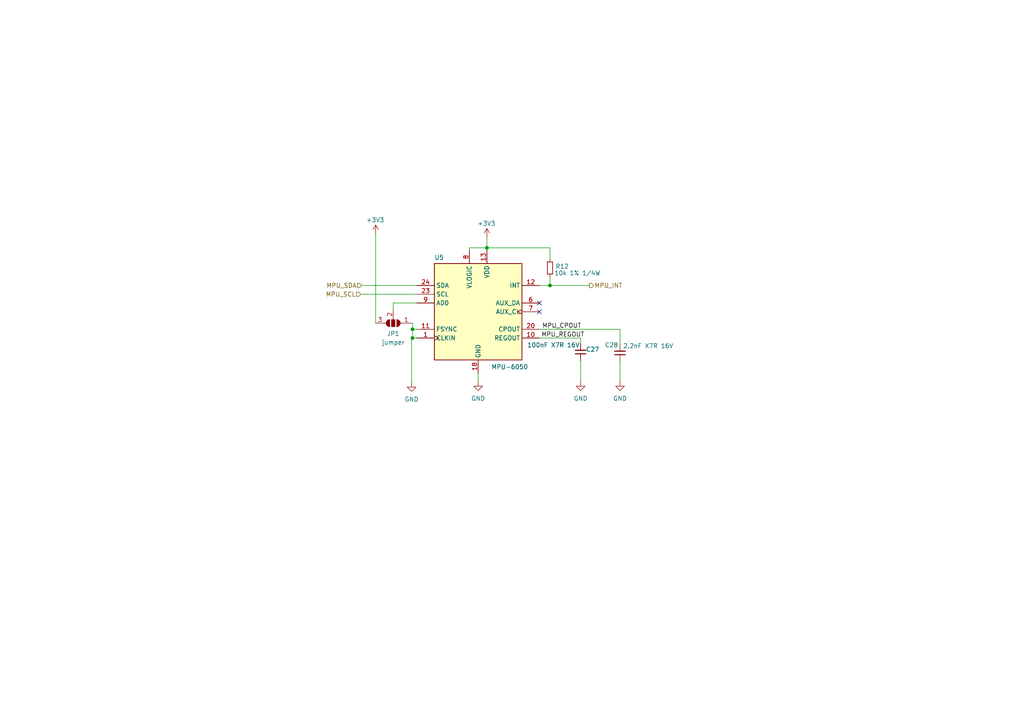
<source format=kicad_sch>
(kicad_sch (version 20231120) (generator "eeschema") (generator_version "8.0")
  (paper "A4")
  (lib_symbols
    (symbol "Device:C_Small" (pin_numbers hide) (pin_names (offset 0.254) hide)
      (property "Reference" "C" (at 0.254 1.778 0))
      (property "Value" "C_Small" (at 0.254 -2.032 0))
      (symbol "C_Small_0_1"
        (polyline (pts (xy -1.524 -0.508) (xy 1.524 -0.508)) (stroke (width 0.3302)))
        (polyline (pts (xy -1.524 0.508) (xy 1.524 0.508)) (stroke (width 0.3048)))
      )
      (symbol "C_Small_1_1"
        (pin passive line (at 0 2.54 270) (length 2.032) (name "~") (number "1"))
        (pin passive line (at 0 -2.54 90) (length 2.032) (name "~") (number "2"))
      )
    )
    (symbol "Device:R_Small" (pin_numbers hide) (pin_names (offset 0.254) hide)
      (property "Reference" "R" (at 0.762 0.508 0))
      (property "Value" "R_Small" (at 0.762 -1.016 0))
      (symbol "R_Small_0_1"
        (rectangle (start -0.762 1.778) (end 0.762 -1.778) (stroke (width 0.2032)))
      )
      (symbol "R_Small_1_1"
        (pin passive line (at 0 2.54 270) (length 0.762) (name "~") (number "1"))
        (pin passive line (at 0 -2.54 90) (length 0.762) (name "~") (number "2"))
      )
    )
    (symbol "Jumper:SolderJumper_3_Open" (pin_names (offset 0) hide) (exclude_from_sim yes) (in_bom no)
      (property "Reference" "JP" (at -2.54 -2.54 0))
      (property "Value" "SolderJumper_3_Open" (at 0 2.794 0))
      (symbol "SolderJumper_3_Open_0_1"
        (arc (start -1.016 1.016) (mid -2.0276 0) (end -1.016 -1.016))
        (arc (start -1.016 1.016) (mid -2.0276 0) (end -1.016 -1.016) (fill (type outline)))
        (rectangle (start -0.508 1.016) (end 0.508 -1.016) (fill (type outline)))
        (polyline (pts (xy -2.54 0) (xy -2.032 0)))
        (polyline (pts (xy -1.016 1.016) (xy -1.016 -1.016)))
        (polyline (pts (xy 0 -1.27) (xy 0 -1.016)))
        (polyline (pts (xy 1.016 1.016) (xy 1.016 -1.016)))
        (polyline (pts (xy 2.54 0) (xy 2.032 0)))
        (arc (start 1.016 -1.016) (mid 2.0276 0) (end 1.016 1.016))
        (arc (start 1.016 -1.016) (mid 2.0276 0) (end 1.016 1.016) (fill (type outline)))
      )
      (symbol "SolderJumper_3_Open_1_1"
        (pin passive line (at -5.08 0 0) (length 2.54) (name "A") (number "1"))
        (pin passive line (at 0 -3.81 90) (length 2.54) (name "C") (number "2"))
        (pin passive line (at 5.08 0 180) (length 2.54) (name "B") (number "3"))
      )
    )
    (symbol "Sensor_Motion:MPU-6050"
      (property "Reference" "U" (at -11.43 13.97 0))
      (property "Value" "MPU-6050" (at 7.62 -15.24 0))
      (symbol "MPU-6050_0_0"
        (text "" (at 12.7 -2.54 0) (effects (font (size 1.27 1.27))))
      )
      (symbol "MPU-6050_0_1"
        (rectangle (start -12.7 13.97) (end 12.7 -13.97) (stroke (width 0.254)) (fill (type background)))
      )
      (symbol "MPU-6050_1_1"
        (pin input clock (at -17.78 -7.62 0) (length 5.08) (name "CLKIN") (number "1"))
        (pin passive line (at 17.78 -7.62 180) (length 5.08) (name "REGOUT") (number "10"))
        (pin input line (at -17.78 -5.08 0) (length 5.08) (name "FSYNC") (number "11"))
        (pin output line (at 17.78 7.62 180) (length 5.08) (name "INT") (number "12"))
        (pin power_in line (at 2.54 17.78 270) (length 3.81) (name "VDD") (number "13"))
        (pin no_connect line (at -12.7 -10.16 0) (length 2.54) hide (name "NC") (number "14"))
        (pin no_connect line (at 12.7 12.7 180) (length 2.54) hide (name "NC") (number "15"))
        (pin no_connect line (at 12.7 10.16 180) (length 2.54) hide (name "NC") (number "16"))
        (pin no_connect line (at 12.7 5.08 180) (length 2.54) hide (name "NC") (number "17"))
        (pin power_in line (at 0 -17.78 90) (length 3.81) (name "GND") (number "18"))
        (pin no_connect line (at 12.7 -10.16 180) (length 2.54) hide (name "RESV") (number "19"))
        (pin no_connect line (at -12.7 12.7 0) (length 2.54) hide (name "NC") (number "2"))
        (pin passive line (at 17.78 -5.08 180) (length 5.08) (name "CPOUT") (number "20"))
        (pin no_connect line (at 12.7 -2.54 180) (length 2.54) hide (name "RESV") (number "21"))
        (pin no_connect line (at 12.7 -12.7 180) (length 2.54) hide (name "RESV") (number "22"))
        (pin input line (at -17.78 5.08 0) (length 5.08) (name "SCL") (number "23"))
        (pin bidirectional line (at -17.78 7.62 0) (length 5.08) (name "SDA") (number "24"))
        (pin no_connect line (at -12.7 10.16 0) (length 2.54) hide (name "NC") (number "3"))
        (pin no_connect line (at -12.7 0 0) (length 2.54) hide (name "NC") (number "4"))
        (pin no_connect line (at -12.7 -2.54 0) (length 2.54) hide (name "NC") (number "5"))
        (pin bidirectional line (at 17.78 2.54 180) (length 5.08) (name "AUX_DA") (number "6"))
        (pin output clock (at 17.78 0 180) (length 5.08) (name "AUX_CL") (number "7"))
        (pin power_in line (at -2.54 17.78 270) (length 3.81) (name "VLOGIC") (number "8"))
        (pin input line (at -17.78 2.54 0) (length 5.08) (name "AD0") (number "9"))
      )
    )
    (symbol "power:GND" (power) (pin_numbers hide) (pin_names (offset 0) hide)
      (property "Value" "GND" (at 0 -3.81 0))
      (symbol "GND_0_1"
        (polyline (pts (xy 0 0) (xy 0 -1.27) (xy 1.27 -1.27) (xy 0 -2.54) (xy -1.27 -1.27) (xy 0 -1.27)))
      )
      (symbol "GND_1_1"
        (pin power_in line (at 0 0 270) (length 0) (name "~") (number "1"))
      )
    )
    (symbol "power:VCC" (power) (pin_numbers hide) (pin_names (offset 0) hide)
      (property "Value" "VCC" (at 0 3.556 0))
      (symbol "VCC_0_1"
        (polyline (pts (xy -0.762 1.27) (xy 0 2.54)))
        (polyline (pts (xy 0 0) (xy 0 2.54)))
        (polyline (pts (xy 0 2.54) (xy 0.762 1.27)))
      )
      (symbol "VCC_1_1"
        (pin power_in line (at 0 0 90) (length 0) (name "~") (number "1"))
      )
    )
  )
  (junction (at 119.634 95.504))
  (junction (at 141.224 71.882))
  (junction (at 119.634 98.044))
  (junction (at 159.512 82.804))
  (no_connect (at 156.464 87.884))
  (no_connect (at 156.464 90.424))
  (wire (pts (xy 104.648 85.344) (xy 120.904 85.344)))
  (wire (pts (xy 119.38 98.044) (xy 119.634 98.044)))
  (wire (pts (xy 156.464 98.044) (xy 168.402 98.044)))
  (wire (pts (xy 119.634 93.726) (xy 119.634 95.504)))
  (wire (pts (xy 138.684 110.744) (xy 138.684 108.204)))
  (wire (pts (xy 104.902 82.804) (xy 120.904 82.804)))
  (wire (pts (xy 159.512 75.184) (xy 159.512 71.882)))
  (wire (pts (xy 179.832 95.504) (xy 179.832 99.822)))
  (wire (pts (xy 168.402 104.648) (xy 168.402 110.744)))
  (wire (pts (xy 159.512 82.804) (xy 170.942 82.804)))
  (wire (pts (xy 159.512 82.804) (xy 159.512 80.264)))
  (wire (pts (xy 136.144 71.882) (xy 141.224 71.882)))
  (wire (pts (xy 119.126 93.726) (xy 119.634 93.726)))
  (wire (pts (xy 141.224 71.882) (xy 159.512 71.882)))
  (wire (pts (xy 136.144 72.644) (xy 136.144 71.882)))
  (wire (pts (xy 168.402 98.044) (xy 168.402 99.568)))
  (wire (pts (xy 119.38 98.044) (xy 119.38 110.998)))
  (wire (pts (xy 179.832 110.744) (xy 179.832 104.902)))
  (wire (pts (xy 141.224 71.882) (xy 141.224 72.644)))
  (wire (pts (xy 156.464 82.804) (xy 159.512 82.804)))
  (wire (pts (xy 141.224 68.834) (xy 141.224 71.882)))
  (wire (pts (xy 119.634 95.504) (xy 119.634 98.044)))
  (wire (pts (xy 120.904 95.504) (xy 119.634 95.504)))
  (wire (pts (xy 120.904 87.884) (xy 114.046 87.884)))
  (wire (pts (xy 119.634 98.044) (xy 120.904 98.044)))
  (wire (pts (xy 114.046 87.884) (xy 114.046 89.916)))
  (wire (pts (xy 108.966 93.726) (xy 108.966 67.818)))
  (wire (pts (xy 156.464 95.504) (xy 179.832 95.504)))
  (label "MPU_REGOUT" (at 156.972 98.044 0))
  (label "MPU_CPOUT" (at 157.226 95.504 0))
  (hierarchical_label "MPU_INT" (shape output) (at 170.942 82.804 0))
  (hierarchical_label "MPU_SDA" (shape input) (at 104.902 82.804 180))
  (hierarchical_label "MPU_SCL" (shape input) (at 104.648 85.344 180))
  (symbol (lib_id "power:GND") (at 179.832 110.744 0) (unit 1)
    (property "Reference" "#PWR037" (effects (hide yes)))
    (property "Value" "GND" (at 179.832 115.57 0))
    (property "Description" "Power symbol creates a global label with name \"GND\" , ground" (effects (hide yes)))
  )
  (symbol (lib_id "power:GND") (at 138.684 110.744 0) (unit 1)
    (property "Reference" "#PWR034" (effects (hide yes)))
    (property "Value" "GND" (at 138.684 115.57 0))
    (property "Description" "Power symbol creates a global label with name \"GND\" , ground" (effects (hide yes)))
  )
  (symbol (lib_id "power:VCC") (at 141.224 68.834 0) (unit 1)
    (property "Reference" "#PWR035" (effects (hide yes)))
    (property "Value" "+3V3" (at 141.0832 64.8113 0))
    (property "Description" "Power symbol creates a global label with name \"VCC\"" (effects (hide yes)))
  )
  (symbol (lib_id "Device:C_Small") (at 179.832 102.362 0) (mirror x) (unit 1)
    (property "Reference" "C28" (at 179.324 100.076 0) (effects (justify right)))
    (property "Value" "2.2nF X7R 16V" (at 195.326 100.33 0) (effects (justify right)))
    (property "Description" "Unpolarized capacitor, small symbol" (effects (hide yes)))
  )
  (symbol (lib_id "Device:R_Small") (at 159.512 77.724 180) (unit 1)
    (property "Reference" "R12" (at 163.0506 77.2643 0))
    (property "Value" "10k 1% 1/4W" (at 167.4766 79.1948 0))
    (property "Description" "Resistor, small symbol" (effects (hide yes)))
  )
  (symbol (lib_id "Device:C_Small") (at 168.402 102.108 180) (unit 1)
    (property "Reference" "C27" (at 169.926 101.346 0) (effects (justify right)))
    (property "Value" "100nF X7R 16V" (at 152.908 100.076 0) (effects (justify right)))
    (property "Description" "Unpolarized capacitor, small symbol" (effects (hide yes)))
  )
  (symbol (lib_id "power:VCC") (at 108.966 67.818 0) (unit 1)
    (property "Reference" "#PWR032" (effects (hide yes)))
    (property "Value" "+3V3" (at 108.8252 63.7953 0))
    (property "Description" "Power symbol creates a global label with name \"VCC\"" (effects (hide yes)))
  )
  (symbol (lib_id "Sensor_Motion:MPU-6050") (at 138.684 90.424 0) (unit 1)
    (property "Reference" "U5" (at 125.984 74.676 0) (effects (justify left)))
    (property "Value" "MPU-6050" (at 142.494 106.426 0) (effects (justify left)))
    (property "Footprint" "Sensor_Motion:InvenSense_QFN-24_4x4mm_P0.5mm" (effects (hide yes)))
    (property "Datasheet" "https://invensense.tdk.com/wp-content/uploads/2015/02/MPU-6000-Datasheet1.pdf" (effects (hide yes)))
    (property "Description" "InvenSense 6-Axis Motion Sensor, Gyroscope, Accelerometer, I2C" (effects (hide yes)))
  )
  (symbol (lib_id "power:GND") (at 168.402 110.744 0) (unit 1)
    (property "Reference" "#PWR036" (effects (hide yes)))
    (property "Value" "GND" (at 168.402 115.57 0))
    (property "Description" "Power symbol creates a global label with name \"GND\" , ground" (effects (hide yes)))
  )
  (symbol (lib_id "Jumper:SolderJumper_3_Open") (at 114.046 93.726 180) (unit 1) (exclude_from_sim yes) (in_bom no)
    (property "Reference" "JP1" (at 114.046 96.774 0))
    (property "Value" "jumper" (at 114.046 99.314 0))
    (property "Description" "Solder Jumper, 3-pole, open" (effects (hide yes)))
  )
  (symbol (lib_id "power:GND") (at 119.38 110.998 0) (unit 1)
    (property "Reference" "#PWR033" (effects (hide yes)))
    (property "Value" "GND" (at 119.38 115.824 0))
    (property "Description" "Power symbol creates a global label with name \"GND\" , ground" (effects (hide yes)))
  )
)
</source>
